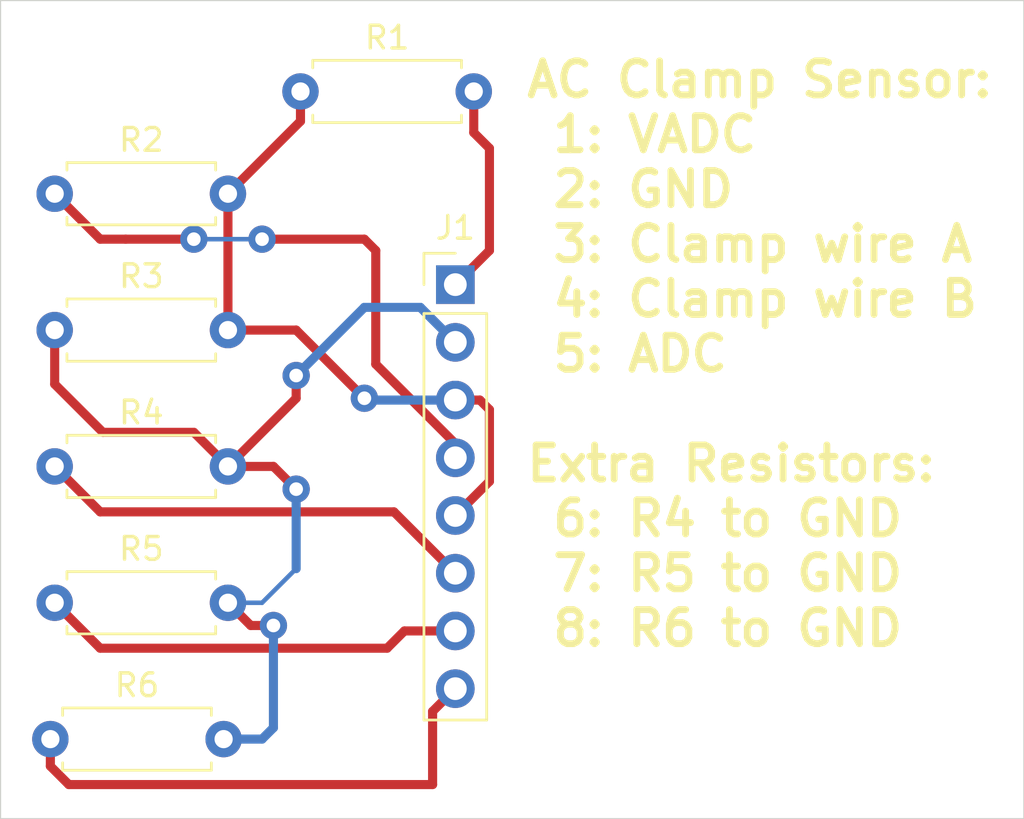
<source format=kicad_pcb>
(kicad_pcb (version 20241229) (generator "pcbnew") (generator_version "9.0")
  (layers (0 "F.Cu" signal) (2 "B.Cu" signal) (13 "F.Paste" user) (15 "B.Paste" user) (5 "F.SilkS" user "F.Silkscreen") (7 "B.SilkS" user "B.Silkscreen") (1 "F.Mask" user) (3 "B.Mask" user) (25 "Edge.Cuts" user))
  (net 0 "")
  (net 1 "Net-(J1-Pin_3)")
  (net 2 "Net-(J1-Pin_1)")
  (net 3 "Net-(J1-Pin_4)")
  (net 4 "Net-(J1-Pin_2)")
  (net 5 "Net-(J1-Pin_6)")
  (net 6 "Net-(J1-Pin_7)")
  (net 7 "Net-(J1-Pin_8)")
  (footprint "Resistor_THT:R_Axial_DIN0207_L6.3mm_D2.5mm_P7.62mm_Horizontal" (layer "F.Cu") (at 50.88 55.5)
    (property "Reference" "R4" (at 3.81 -2.37 0) (layer "F.SilkS"))
    (property "Value" "R" (hide yes))
    (fp_line (start 0.54 -1.37) (end 7.08 -1.37) (stroke (width 0.12)) (layer "F.SilkS"))
    (fp_line (start 0.54 -1.04) (end 0.54 -1.37) (stroke (width 0.12)) (layer "F.SilkS"))
    (fp_line (start 0.54 1.04) (end 0.54 1.37) (stroke (width 0.12)) (layer "F.SilkS"))
    (fp_line (start 0.54 1.37) (end 7.08 1.37) (stroke (width 0.12)) (layer "F.SilkS"))
    (fp_line (start 7.08 -1.37) (end 7.08 -1.04) (stroke (width 0.12)) (layer "F.SilkS"))
    (fp_line (start 7.08 1.37) (end 7.08 1.04) (stroke (width 0.12)) (layer "F.SilkS"))
    (pad "1" thru_hole circle (at 0 0) (size 1.6 1.6) (drill 0.8) (layers "*.Cu" "*.Mask") (net 5 "Net-(J1-Pin_6)"))
    (pad "2" thru_hole circle (at 7.62 0) (size 1.6 1.6) (drill 0.8) (layers "*.Cu" "*.Mask") (net 4 "Net-(J1-Pin_2)"))
  )
  (footprint "Resistor_THT:R_Axial_DIN0207_L6.3mm_D2.5mm_P7.62mm_Horizontal" (layer "F.Cu") (at 50.88 61.5)
    (property "Reference" "R5" (at 3.81 -2.37 0) (layer "F.SilkS"))
    (property "Value" "R" (hide yes))
    (fp_line (start 0.54 -1.37) (end 7.08 -1.37) (stroke (width 0.12)) (layer "F.SilkS"))
    (fp_line (start 0.54 -1.04) (end 0.54 -1.37) (stroke (width 0.12)) (layer "F.SilkS"))
    (fp_line (start 0.54 1.04) (end 0.54 1.37) (stroke (width 0.12)) (layer "F.SilkS"))
    (fp_line (start 0.54 1.37) (end 7.08 1.37) (stroke (width 0.12)) (layer "F.SilkS"))
    (fp_line (start 7.08 -1.37) (end 7.08 -1.04) (stroke (width 0.12)) (layer "F.SilkS"))
    (fp_line (start 7.08 1.37) (end 7.08 1.04) (stroke (width 0.12)) (layer "F.SilkS"))
    (pad "1" thru_hole circle (at 0 0) (size 1.6 1.6) (drill 0.8) (layers "*.Cu" "*.Mask") (net 6 "Net-(J1-Pin_7)"))
    (pad "2" thru_hole circle (at 7.62 0) (size 1.6 1.6) (drill 0.8) (layers "*.Cu" "*.Mask") (net 4 "Net-(J1-Pin_2)"))
  )
  (footprint "Resistor_THT:R_Axial_DIN0207_L6.3mm_D2.5mm_P7.62mm_Horizontal" (layer "F.Cu") (at 50.88 43.5)
    (property "Reference" "R2" (at 3.81 -2.37 0) (layer "F.SilkS"))
    (property "Value" "R" (hide yes))
    (fp_line (start 0.54 -1.37) (end 7.08 -1.37) (stroke (width 0.12)) (layer "F.SilkS"))
    (fp_line (start 0.54 -1.04) (end 0.54 -1.37) (stroke (width 0.12)) (layer "F.SilkS"))
    (fp_line (start 0.54 1.04) (end 0.54 1.37) (stroke (width 0.12)) (layer "F.SilkS"))
    (fp_line (start 0.54 1.37) (end 7.08 1.37) (stroke (width 0.12)) (layer "F.SilkS"))
    (fp_line (start 7.08 -1.37) (end 7.08 -1.04) (stroke (width 0.12)) (layer "F.SilkS"))
    (fp_line (start 7.08 1.37) (end 7.08 1.04) (stroke (width 0.12)) (layer "F.SilkS"))
    (pad "1" thru_hole circle (at 0 0) (size 1.6 1.6) (drill 0.8) (layers "*.Cu" "*.Mask") (net 3 "Net-(J1-Pin_4)"))
    (pad "2" thru_hole circle (at 7.62 0) (size 1.6 1.6) (drill 0.8) (layers "*.Cu" "*.Mask") (net 1 "Net-(J1-Pin_3)"))
  )
  (footprint "Resistor_THT:R_Axial_DIN0207_L6.3mm_D2.5mm_P7.62mm_Horizontal" (layer "F.Cu") (at 61.69 39)
    (property "Reference" "R1" (at 3.81 -2.37 0) (layer "F.SilkS"))
    (property "Value" "R" (hide yes))
    (fp_line (start 0.54 -1.37) (end 7.08 -1.37) (stroke (width 0.12)) (layer "F.SilkS"))
    (fp_line (start 0.54 -1.04) (end 0.54 -1.37) (stroke (width 0.12)) (layer "F.SilkS"))
    (fp_line (start 0.54 1.04) (end 0.54 1.37) (stroke (width 0.12)) (layer "F.SilkS"))
    (fp_line (start 0.54 1.37) (end 7.08 1.37) (stroke (width 0.12)) (layer "F.SilkS"))
    (fp_line (start 7.08 -1.37) (end 7.08 -1.04) (stroke (width 0.12)) (layer "F.SilkS"))
    (fp_line (start 7.08 1.37) (end 7.08 1.04) (stroke (width 0.12)) (layer "F.SilkS"))
    (pad "1" thru_hole circle (at 0 0) (size 1.6 1.6) (drill 0.8) (layers "*.Cu" "*.Mask") (net 1 "Net-(J1-Pin_3)"))
    (pad "2" thru_hole circle (at 7.62 0) (size 1.6 1.6) (drill 0.8) (layers "*.Cu" "*.Mask") (net 2 "Net-(J1-Pin_1)"))
  )
  (footprint "Resistor_THT:R_Axial_DIN0207_L6.3mm_D2.5mm_P7.62mm_Horizontal" (layer "F.Cu") (at 50.69 67.5)
    (property "Reference" "R6" (at 3.81 -2.37 0) (layer "F.SilkS"))
    (property "Value" "R" (hide yes))
    (fp_line (start 0.54 -1.37) (end 7.08 -1.37) (stroke (width 0.12)) (layer "F.SilkS"))
    (fp_line (start 0.54 -1.04) (end 0.54 -1.37) (stroke (width 0.12)) (layer "F.SilkS"))
    (fp_line (start 0.54 1.04) (end 0.54 1.37) (stroke (width 0.12)) (layer "F.SilkS"))
    (fp_line (start 0.54 1.37) (end 7.08 1.37) (stroke (width 0.12)) (layer "F.SilkS"))
    (fp_line (start 7.08 -1.37) (end 7.08 -1.04) (stroke (width 0.12)) (layer "F.SilkS"))
    (fp_line (start 7.08 1.37) (end 7.08 1.04) (stroke (width 0.12)) (layer "F.SilkS"))
    (pad "1" thru_hole circle (at 0 0) (size 1.6 1.6) (drill 0.8) (layers "*.Cu" "*.Mask") (net 7 "Net-(J1-Pin_8)"))
    (pad "2" thru_hole circle (at 7.62 0) (size 1.6 1.6) (drill 0.8) (layers "*.Cu" "*.Mask") (net 4 "Net-(J1-Pin_2)"))
  )
  (footprint "Resistor_THT:R_Axial_DIN0207_L6.3mm_D2.5mm_P7.62mm_Horizontal" (layer "F.Cu") (at 50.88 49.5)
    (property "Reference" "R3" (at 3.81 -2.37 0) (layer "F.SilkS"))
    (property "Value" "R" (hide yes))
    (fp_line (start 0.54 -1.37) (end 7.08 -1.37) (stroke (width 0.12)) (layer "F.SilkS"))
    (fp_line (start 0.54 -1.04) (end 0.54 -1.37) (stroke (width 0.12)) (layer "F.SilkS"))
    (fp_line (start 0.54 1.04) (end 0.54 1.37) (stroke (width 0.12)) (layer "F.SilkS"))
    (fp_line (start 0.54 1.37) (end 7.08 1.37) (stroke (width 0.12)) (layer "F.SilkS"))
    (fp_line (start 7.08 -1.37) (end 7.08 -1.04) (stroke (width 0.12)) (layer "F.SilkS"))
    (fp_line (start 7.08 1.37) (end 7.08 1.04) (stroke (width 0.12)) (layer "F.SilkS"))
    (pad "1" thru_hole circle (at 0 0) (size 1.6 1.6) (drill 0.8) (layers "*.Cu" "*.Mask") (net 4 "Net-(J1-Pin_2)"))
    (pad "2" thru_hole circle (at 7.62 0) (size 1.6 1.6) (drill 0.8) (layers "*.Cu" "*.Mask") (net 1 "Net-(J1-Pin_3)"))
  )
  (footprint "Connector_PinHeader_2.54mm:PinHeader_1x08_P2.54mm_Vertical" (layer "F.Cu") (at 68.5 47.5)
    (property "Reference" "J1" (at 0 -2.5 0) (layer "F.SilkS"))
    (property "Value" "Conn_01x08" (hide yes))
    (fp_line (start -1.38 -1.38) (end 0 -1.38) (stroke (width 0.12)) (layer "F.SilkS"))
    (fp_line (start -1.38 0) (end -1.38 -1.38) (stroke (width 0.12)) (layer "F.SilkS"))
    (fp_line (start -1.38 1.27) (end -1.38 19.16) (stroke (width 0.12)) (layer "F.SilkS"))
    (fp_line (start -1.38 1.27) (end 1.38 1.27) (stroke (width 0.12)) (layer "F.SilkS"))
    (fp_line (start -1.38 19.16) (end 1.38 19.16) (stroke (width 0.12)) (layer "F.SilkS"))
    (fp_line (start 1.38 1.27) (end 1.38 19.16) (stroke (width 0.12)) (layer "F.SilkS"))
    (pad "1" thru_hole rect (at 0 0) (size 1.7 1.7) (drill 1) (layers "*.Cu" "*.Mask") (net 2 "Net-(J1-Pin_1)"))
    (pad "2" thru_hole circle (at 0 2.54) (size 1.7 1.7) (drill 1) (layers "*.Cu" "*.Mask") (net 4 "Net-(J1-Pin_2)"))
    (pad "3" thru_hole circle (at 0 5.08) (size 1.7 1.7) (drill 1) (layers "*.Cu" "*.Mask") (net 1 "Net-(J1-Pin_3)"))
    (pad "4" thru_hole circle (at 0 7.62) (size 1.7 1.7) (drill 1) (layers "*.Cu" "*.Mask") (net 3 "Net-(J1-Pin_4)"))
    (pad "5" thru_hole circle (at 0 10.16) (size 1.7 1.7) (drill 1) (layers "*.Cu" "*.Mask") (net 1 "Net-(J1-Pin_3)"))
    (pad "6" thru_hole circle (at 0 12.7) (size 1.7 1.7) (drill 1) (layers "*.Cu" "*.Mask") (net 5 "Net-(J1-Pin_6)"))
    (pad "7" thru_hole circle (at 0 15.24) (size 1.7 1.7) (drill 1) (layers "*.Cu" "*.Mask") (net 6 "Net-(J1-Pin_7)"))
    (pad "8" thru_hole circle (at 0 17.78) (size 1.7 1.7) (drill 1) (layers "*.Cu" "*.Mask") (net 7 "Net-(J1-Pin_8)"))
  )
  (gr_rect (start 48.5 35) (end 93.5 71) (stroke (width 0.05)) (fill no) (layer "Edge.Cuts"))
  (gr_text "AC Clamp Sensor:\n 1: VADC\n 2: GND\n 3: Clamp wire A\n 4: Clamp wire B\n 5: ADC\n\nExtra Resistors:\n 6: R4 to GND\n 7: R5 to GND\n 8: R6 to GND" (at 71.5 63.5 0) (layer "F.SilkS") (effects (font (size 1.5 1.5) (thickness 0.3) (bold yes)) (justify left bottom)))
  (segment (start 70 56.16) (end 68.5 57.66) (width 0.4) (layer "F.Cu") (net 1))
  (segment (start 68.5 52.58) (end 69.58 52.58) (width 0.4) (layer "F.Cu") (net 1))
  (segment (start 61.69 39) (end 61.69 40.31) (width 0.4) (layer "F.Cu") (net 1))
  (segment (start 70 53) (end 70 56.16) (width 0.4) (layer "F.Cu") (net 1))
  (segment (start 61.5 49.5) (end 64.5 52.5) (width 0.4) (layer "F.Cu") (net 1))
  (segment (start 58.5 49.5) (end 61.5 49.5) (width 0.4) (layer "F.Cu") (net 1))
  (segment (start 61.69 40.31) (end 58.5 43.5) (width 0.4) (layer "F.Cu") (net 1))
  (segment (start 69.58 52.58) (end 70 53) (width 0.4) (layer "F.Cu") (net 1))
  (segment (start 58.5 43.5) (end 58.5 49.5) (width 0.4) (layer "F.Cu") (net 1))
  (via (at 64.5 52.5) (size 1.2) (drill 0.6) (layers "F.Cu" "B.Cu") (net 1))
  (segment (start 64.5 52.5) (end 64.58 52.58) (width 0.2) (layer "B.Cu") (net 1))
  (segment (start 64.58 52.58) (end 68.5 52.58) (width 0.4) (layer "B.Cu") (net 1))
  (segment (start 69.31 40.81) (end 69.31 39) (width 0.4) (layer "F.Cu") (net 2))
  (segment (start 70 46) (end 70 41.5) (width 0.4) (layer "F.Cu") (net 2))
  (segment (start 70 41.5) (end 69.31 40.81) (width 0.4) (layer "F.Cu") (net 2))
  (segment (start 68.5 47.5) (end 70 46) (width 0.4) (layer "F.Cu") (net 2))
  (segment (start 60 45.5) (end 64.5 45.5) (width 0.4) (layer "F.Cu") (net 3))
  (segment (start 65 51) (end 68.5 54.5) (width 0.4) (layer "F.Cu") (net 3))
  (segment (start 50.88 43.5) (end 52.88 45.5) (width 0.4) (layer "F.Cu") (net 3))
  (segment (start 68.5 54.5) (end 68.5 55.12) (width 0.4) (layer "F.Cu") (net 3))
  (segment (start 64.5 45.5) (end 65 46) (width 0.4) (layer "F.Cu") (net 3))
  (segment (start 65 46) (end 65 51) (width 0.4) (layer "F.Cu") (net 3))
  (segment (start 52.88 45.5) (end 54 45.5) (width 0.4) (layer "F.Cu") (net 3))
  (segment (start 54 45.5) (end 57 45.5) (width 0.4) (layer "F.Cu") (net 3))
  (via (at 60 45.5) (size 1.2) (drill 0.6) (layers "F.Cu" "B.Cu") (net 3))
  (via (at 57 45.5) (size 1.2) (drill 0.6) (layers "F.Cu" "B.Cu") (net 3))
  (segment (start 57 45.5) (end 60 45.5) (width 0.2) (layer "B.Cu") (net 3))
  (segment (start 58.5 55.5) (end 61.5 52.5) (width 0.4) (layer "F.Cu") (net 4))
  (segment (start 59.5 62.5) (end 60.5 62.5) (width 0.4) (layer "F.Cu") (net 4))
  (segment (start 50.88 51.88) (end 53 54) (width 0.4) (layer "F.Cu") (net 4))
  (segment (start 58.5 61.5) (end 59.5 62.5) (width 0.4) (layer "F.Cu") (net 4))
  (segment (start 53 54) (end 57 54) (width 0.4) (layer "F.Cu") (net 4))
  (segment (start 50.88 49.5) (end 50.88 51.88) (width 0.4) (layer "F.Cu") (net 4))
  (segment (start 58.5 55.5) (end 60.5 55.5) (width 0.4) (layer "F.Cu") (net 4))
  (segment (start 60.5 55.5) (end 61.5 56.5) (width 0.4) (layer "F.Cu") (net 4))
  (segment (start 61.5 52.5) (end 61.5 51.5) (width 0.4) (layer "F.Cu") (net 4))
  (segment (start 57 54) (end 58.5 55.5) (width 0.4) (layer "F.Cu") (net 4))
  (via (at 60.5 62.5) (size 1.2) (drill 0.6) (layers "F.Cu" "B.Cu") (net 4))
  (via (at 61.5 56.5) (size 1.2) (drill 0.6) (layers "F.Cu" "B.Cu") (net 4))
  (via (at 61.5 51.5) (size 1.2) (drill 0.6) (layers "F.Cu" "B.Cu") (net 4))
  (segment (start 61.5 51.5) (end 64.5 48.5) (width 0.4) (layer "B.Cu") (net 4))
  (segment (start 64.5 48.5) (end 66.96 48.5) (width 0.4) (layer "B.Cu") (net 4))
  (segment (start 66.96 48.5) (end 68.5 50.04) (width 0.4) (layer "B.Cu") (net 4))
  (segment (start 61.5 60) (end 60 61.5) (width 0.2) (layer "B.Cu") (net 4))
  (segment (start 60.5 67) (end 60 67.5) (width 0.4) (layer "B.Cu") (net 4))
  (segment (start 60 67.5) (end 58.31 67.5) (width 0.4) (layer "B.Cu") (net 4))
  (segment (start 60 61.5) (end 58.5 61.5) (width 0.2) (layer "B.Cu") (net 4))
  (segment (start 61.5 56.5) (end 61.5 60) (width 0.4) (layer "B.Cu") (net 4))
  (segment (start 60.5 62.5) (end 60.5 67) (width 0.4) (layer "B.Cu") (net 4))
  (segment (start 65.8 57.5) (end 68.5 60.2) (width 0.4) (layer "F.Cu") (net 5))
  (segment (start 52.88 57.5) (end 65.8 57.5) (width 0.4) (layer "F.Cu") (net 5))
  (segment (start 50.88 55.5) (end 52.88 57.5) (width 0.4) (layer "F.Cu") (net 5))
  (segment (start 66.26 62.74) (end 68.5 62.74) (width 0.4) (layer "F.Cu") (net 6))
  (segment (start 52.88 63.5) (end 65.5 63.5) (width 0.4) (layer "F.Cu") (net 6))
  (segment (start 50.88 61.5) (end 52.88 63.5) (width 0.4) (layer "F.Cu") (net 6))
  (segment (start 65.5 63.5) (end 66.26 62.74) (width 0.4) (layer "F.Cu") (net 6))
  (segment (start 67.5 69.5) (end 67.5 66.28) (width 0.4) (layer "F.Cu") (net 7))
  (segment (start 50.69 68.69) (end 51.5 69.5) (width 0.4) (layer "F.Cu") (net 7))
  (segment (start 51.5 69.5) (end 67.5 69.5) (width 0.4) (layer "F.Cu") (net 7))
  (segment (start 67.5 66.28) (end 68.5 65.28) (width 0.4) (layer "F.Cu") (net 7))
  (segment (start 50.69 67.5) (end 50.69 68.69) (width 0.4) (layer "F.Cu") (net 7))
)
</source>
